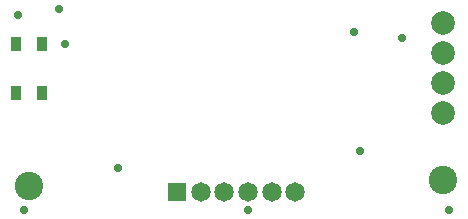
<source format=gts>
G04 EAGLE Gerber RS-274X export*
G75*
%MOMM*%
%FSLAX34Y34*%
%LPD*%
%INSoldermask Top*%
%IPPOS*%
%AMOC8*
5,1,8,0,0,1.08239X$1,22.5*%
G01*
G04 Define Apertures*
%ADD10C,2.403200*%
%ADD11C,2.003200*%
%ADD12R,0.853200X1.253200*%
%ADD13R,1.643200X1.643200*%
%ADD14C,1.643200*%
%ADD15C,0.705600*%
D10*
X-175000Y-160000D03*
X175000Y-155000D03*
D11*
X175500Y-22400D03*
X175500Y-47800D03*
X175500Y-73200D03*
X175500Y-98600D03*
D12*
X-186250Y-81250D03*
X-186250Y-39750D03*
X-164750Y-81250D03*
X-164750Y-39750D03*
D13*
X-50000Y-165100D03*
D14*
X-30000Y-165100D03*
X-10000Y-165100D03*
X10000Y-165100D03*
X30000Y-165100D03*
X50000Y-165100D03*
D15*
X-185000Y-15000D03*
X-180000Y-180000D03*
X180000Y-180000D03*
X140000Y-35000D03*
X-145000Y-40000D03*
X-150000Y-10000D03*
X-100000Y-145000D03*
X10000Y-180000D03*
X105000Y-130000D03*
X100000Y-30000D03*
M02*

</source>
